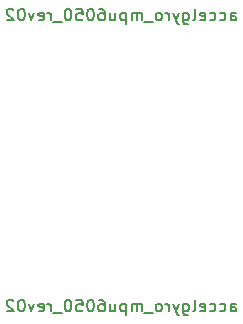
<source format=gbo>
G04 #@! TF.FileFunction,Legend,Bot*
%FSLAX46Y46*%
G04 Gerber Fmt 4.6, Leading zero omitted, Abs format (unit mm)*
G04 Created by KiCad (PCBNEW 4.0.7-e2-6376~58~ubuntu16.04.1) date Sat Dec  8 14:23:04 2018*
%MOMM*%
%LPD*%
G01*
G04 APERTURE LIST*
%ADD10C,0.150000*%
G04 APERTURE END LIST*
D10*
X160238096Y-126340381D02*
X160238096Y-125816571D01*
X160285715Y-125721333D01*
X160380953Y-125673714D01*
X160571430Y-125673714D01*
X160666668Y-125721333D01*
X160238096Y-126292762D02*
X160333334Y-126340381D01*
X160571430Y-126340381D01*
X160666668Y-126292762D01*
X160714287Y-126197524D01*
X160714287Y-126102286D01*
X160666668Y-126007048D01*
X160571430Y-125959429D01*
X160333334Y-125959429D01*
X160238096Y-125911810D01*
X159333334Y-126292762D02*
X159428572Y-126340381D01*
X159619049Y-126340381D01*
X159714287Y-126292762D01*
X159761906Y-126245143D01*
X159809525Y-126149905D01*
X159809525Y-125864190D01*
X159761906Y-125768952D01*
X159714287Y-125721333D01*
X159619049Y-125673714D01*
X159428572Y-125673714D01*
X159333334Y-125721333D01*
X158476191Y-126292762D02*
X158571429Y-126340381D01*
X158761906Y-126340381D01*
X158857144Y-126292762D01*
X158904763Y-126245143D01*
X158952382Y-126149905D01*
X158952382Y-125864190D01*
X158904763Y-125768952D01*
X158857144Y-125721333D01*
X158761906Y-125673714D01*
X158571429Y-125673714D01*
X158476191Y-125721333D01*
X157666667Y-126292762D02*
X157761905Y-126340381D01*
X157952382Y-126340381D01*
X158047620Y-126292762D01*
X158095239Y-126197524D01*
X158095239Y-125816571D01*
X158047620Y-125721333D01*
X157952382Y-125673714D01*
X157761905Y-125673714D01*
X157666667Y-125721333D01*
X157619048Y-125816571D01*
X157619048Y-125911810D01*
X158095239Y-126007048D01*
X157047620Y-126340381D02*
X157142858Y-126292762D01*
X157190477Y-126197524D01*
X157190477Y-125340381D01*
X156238095Y-125673714D02*
X156238095Y-126483238D01*
X156285714Y-126578476D01*
X156333333Y-126626095D01*
X156428572Y-126673714D01*
X156571429Y-126673714D01*
X156666667Y-126626095D01*
X156238095Y-126292762D02*
X156333333Y-126340381D01*
X156523810Y-126340381D01*
X156619048Y-126292762D01*
X156666667Y-126245143D01*
X156714286Y-126149905D01*
X156714286Y-125864190D01*
X156666667Y-125768952D01*
X156619048Y-125721333D01*
X156523810Y-125673714D01*
X156333333Y-125673714D01*
X156238095Y-125721333D01*
X155857143Y-125673714D02*
X155619048Y-126340381D01*
X155380952Y-125673714D02*
X155619048Y-126340381D01*
X155714286Y-126578476D01*
X155761905Y-126626095D01*
X155857143Y-126673714D01*
X155000000Y-126340381D02*
X155000000Y-125673714D01*
X155000000Y-125864190D02*
X154952381Y-125768952D01*
X154904762Y-125721333D01*
X154809524Y-125673714D01*
X154714285Y-125673714D01*
X154238095Y-126340381D02*
X154333333Y-126292762D01*
X154380952Y-126245143D01*
X154428571Y-126149905D01*
X154428571Y-125864190D01*
X154380952Y-125768952D01*
X154333333Y-125721333D01*
X154238095Y-125673714D01*
X154095237Y-125673714D01*
X153999999Y-125721333D01*
X153952380Y-125768952D01*
X153904761Y-125864190D01*
X153904761Y-126149905D01*
X153952380Y-126245143D01*
X153999999Y-126292762D01*
X154095237Y-126340381D01*
X154238095Y-126340381D01*
X153714285Y-126435619D02*
X152952380Y-126435619D01*
X152714285Y-126340381D02*
X152714285Y-125673714D01*
X152714285Y-125768952D02*
X152666666Y-125721333D01*
X152571428Y-125673714D01*
X152428570Y-125673714D01*
X152333332Y-125721333D01*
X152285713Y-125816571D01*
X152285713Y-126340381D01*
X152285713Y-125816571D02*
X152238094Y-125721333D01*
X152142856Y-125673714D01*
X151999999Y-125673714D01*
X151904761Y-125721333D01*
X151857142Y-125816571D01*
X151857142Y-126340381D01*
X151380952Y-125673714D02*
X151380952Y-126673714D01*
X151380952Y-125721333D02*
X151285714Y-125673714D01*
X151095237Y-125673714D01*
X150999999Y-125721333D01*
X150952380Y-125768952D01*
X150904761Y-125864190D01*
X150904761Y-126149905D01*
X150952380Y-126245143D01*
X150999999Y-126292762D01*
X151095237Y-126340381D01*
X151285714Y-126340381D01*
X151380952Y-126292762D01*
X150047618Y-125673714D02*
X150047618Y-126340381D01*
X150476190Y-125673714D02*
X150476190Y-126197524D01*
X150428571Y-126292762D01*
X150333333Y-126340381D01*
X150190475Y-126340381D01*
X150095237Y-126292762D01*
X150047618Y-126245143D01*
X149142856Y-125340381D02*
X149333333Y-125340381D01*
X149428571Y-125388000D01*
X149476190Y-125435619D01*
X149571428Y-125578476D01*
X149619047Y-125768952D01*
X149619047Y-126149905D01*
X149571428Y-126245143D01*
X149523809Y-126292762D01*
X149428571Y-126340381D01*
X149238094Y-126340381D01*
X149142856Y-126292762D01*
X149095237Y-126245143D01*
X149047618Y-126149905D01*
X149047618Y-125911810D01*
X149095237Y-125816571D01*
X149142856Y-125768952D01*
X149238094Y-125721333D01*
X149428571Y-125721333D01*
X149523809Y-125768952D01*
X149571428Y-125816571D01*
X149619047Y-125911810D01*
X148428571Y-125340381D02*
X148333332Y-125340381D01*
X148238094Y-125388000D01*
X148190475Y-125435619D01*
X148142856Y-125530857D01*
X148095237Y-125721333D01*
X148095237Y-125959429D01*
X148142856Y-126149905D01*
X148190475Y-126245143D01*
X148238094Y-126292762D01*
X148333332Y-126340381D01*
X148428571Y-126340381D01*
X148523809Y-126292762D01*
X148571428Y-126245143D01*
X148619047Y-126149905D01*
X148666666Y-125959429D01*
X148666666Y-125721333D01*
X148619047Y-125530857D01*
X148571428Y-125435619D01*
X148523809Y-125388000D01*
X148428571Y-125340381D01*
X147190475Y-125340381D02*
X147666666Y-125340381D01*
X147714285Y-125816571D01*
X147666666Y-125768952D01*
X147571428Y-125721333D01*
X147333332Y-125721333D01*
X147238094Y-125768952D01*
X147190475Y-125816571D01*
X147142856Y-125911810D01*
X147142856Y-126149905D01*
X147190475Y-126245143D01*
X147238094Y-126292762D01*
X147333332Y-126340381D01*
X147571428Y-126340381D01*
X147666666Y-126292762D01*
X147714285Y-126245143D01*
X146523809Y-125340381D02*
X146428570Y-125340381D01*
X146333332Y-125388000D01*
X146285713Y-125435619D01*
X146238094Y-125530857D01*
X146190475Y-125721333D01*
X146190475Y-125959429D01*
X146238094Y-126149905D01*
X146285713Y-126245143D01*
X146333332Y-126292762D01*
X146428570Y-126340381D01*
X146523809Y-126340381D01*
X146619047Y-126292762D01*
X146666666Y-126245143D01*
X146714285Y-126149905D01*
X146761904Y-125959429D01*
X146761904Y-125721333D01*
X146714285Y-125530857D01*
X146666666Y-125435619D01*
X146619047Y-125388000D01*
X146523809Y-125340381D01*
X145999999Y-126435619D02*
X145238094Y-126435619D01*
X144999999Y-126340381D02*
X144999999Y-125673714D01*
X144999999Y-125864190D02*
X144952380Y-125768952D01*
X144904761Y-125721333D01*
X144809523Y-125673714D01*
X144714284Y-125673714D01*
X143999998Y-126292762D02*
X144095236Y-126340381D01*
X144285713Y-126340381D01*
X144380951Y-126292762D01*
X144428570Y-126197524D01*
X144428570Y-125816571D01*
X144380951Y-125721333D01*
X144285713Y-125673714D01*
X144095236Y-125673714D01*
X143999998Y-125721333D01*
X143952379Y-125816571D01*
X143952379Y-125911810D01*
X144428570Y-126007048D01*
X143619046Y-125673714D02*
X143380951Y-126340381D01*
X143142855Y-125673714D01*
X142571427Y-125340381D02*
X142476188Y-125340381D01*
X142380950Y-125388000D01*
X142333331Y-125435619D01*
X142285712Y-125530857D01*
X142238093Y-125721333D01*
X142238093Y-125959429D01*
X142285712Y-126149905D01*
X142333331Y-126245143D01*
X142380950Y-126292762D01*
X142476188Y-126340381D01*
X142571427Y-126340381D01*
X142666665Y-126292762D01*
X142714284Y-126245143D01*
X142761903Y-126149905D01*
X142809522Y-125959429D01*
X142809522Y-125721333D01*
X142761903Y-125530857D01*
X142714284Y-125435619D01*
X142666665Y-125388000D01*
X142571427Y-125340381D01*
X141857141Y-125435619D02*
X141809522Y-125388000D01*
X141714284Y-125340381D01*
X141476188Y-125340381D01*
X141380950Y-125388000D01*
X141333331Y-125435619D01*
X141285712Y-125530857D01*
X141285712Y-125626095D01*
X141333331Y-125768952D01*
X141904760Y-126340381D01*
X141285712Y-126340381D01*
X160238096Y-101702381D02*
X160238096Y-101178571D01*
X160285715Y-101083333D01*
X160380953Y-101035714D01*
X160571430Y-101035714D01*
X160666668Y-101083333D01*
X160238096Y-101654762D02*
X160333334Y-101702381D01*
X160571430Y-101702381D01*
X160666668Y-101654762D01*
X160714287Y-101559524D01*
X160714287Y-101464286D01*
X160666668Y-101369048D01*
X160571430Y-101321429D01*
X160333334Y-101321429D01*
X160238096Y-101273810D01*
X159333334Y-101654762D02*
X159428572Y-101702381D01*
X159619049Y-101702381D01*
X159714287Y-101654762D01*
X159761906Y-101607143D01*
X159809525Y-101511905D01*
X159809525Y-101226190D01*
X159761906Y-101130952D01*
X159714287Y-101083333D01*
X159619049Y-101035714D01*
X159428572Y-101035714D01*
X159333334Y-101083333D01*
X158476191Y-101654762D02*
X158571429Y-101702381D01*
X158761906Y-101702381D01*
X158857144Y-101654762D01*
X158904763Y-101607143D01*
X158952382Y-101511905D01*
X158952382Y-101226190D01*
X158904763Y-101130952D01*
X158857144Y-101083333D01*
X158761906Y-101035714D01*
X158571429Y-101035714D01*
X158476191Y-101083333D01*
X157666667Y-101654762D02*
X157761905Y-101702381D01*
X157952382Y-101702381D01*
X158047620Y-101654762D01*
X158095239Y-101559524D01*
X158095239Y-101178571D01*
X158047620Y-101083333D01*
X157952382Y-101035714D01*
X157761905Y-101035714D01*
X157666667Y-101083333D01*
X157619048Y-101178571D01*
X157619048Y-101273810D01*
X158095239Y-101369048D01*
X157047620Y-101702381D02*
X157142858Y-101654762D01*
X157190477Y-101559524D01*
X157190477Y-100702381D01*
X156238095Y-101035714D02*
X156238095Y-101845238D01*
X156285714Y-101940476D01*
X156333333Y-101988095D01*
X156428572Y-102035714D01*
X156571429Y-102035714D01*
X156666667Y-101988095D01*
X156238095Y-101654762D02*
X156333333Y-101702381D01*
X156523810Y-101702381D01*
X156619048Y-101654762D01*
X156666667Y-101607143D01*
X156714286Y-101511905D01*
X156714286Y-101226190D01*
X156666667Y-101130952D01*
X156619048Y-101083333D01*
X156523810Y-101035714D01*
X156333333Y-101035714D01*
X156238095Y-101083333D01*
X155857143Y-101035714D02*
X155619048Y-101702381D01*
X155380952Y-101035714D02*
X155619048Y-101702381D01*
X155714286Y-101940476D01*
X155761905Y-101988095D01*
X155857143Y-102035714D01*
X155000000Y-101702381D02*
X155000000Y-101035714D01*
X155000000Y-101226190D02*
X154952381Y-101130952D01*
X154904762Y-101083333D01*
X154809524Y-101035714D01*
X154714285Y-101035714D01*
X154238095Y-101702381D02*
X154333333Y-101654762D01*
X154380952Y-101607143D01*
X154428571Y-101511905D01*
X154428571Y-101226190D01*
X154380952Y-101130952D01*
X154333333Y-101083333D01*
X154238095Y-101035714D01*
X154095237Y-101035714D01*
X153999999Y-101083333D01*
X153952380Y-101130952D01*
X153904761Y-101226190D01*
X153904761Y-101511905D01*
X153952380Y-101607143D01*
X153999999Y-101654762D01*
X154095237Y-101702381D01*
X154238095Y-101702381D01*
X153714285Y-101797619D02*
X152952380Y-101797619D01*
X152714285Y-101702381D02*
X152714285Y-101035714D01*
X152714285Y-101130952D02*
X152666666Y-101083333D01*
X152571428Y-101035714D01*
X152428570Y-101035714D01*
X152333332Y-101083333D01*
X152285713Y-101178571D01*
X152285713Y-101702381D01*
X152285713Y-101178571D02*
X152238094Y-101083333D01*
X152142856Y-101035714D01*
X151999999Y-101035714D01*
X151904761Y-101083333D01*
X151857142Y-101178571D01*
X151857142Y-101702381D01*
X151380952Y-101035714D02*
X151380952Y-102035714D01*
X151380952Y-101083333D02*
X151285714Y-101035714D01*
X151095237Y-101035714D01*
X150999999Y-101083333D01*
X150952380Y-101130952D01*
X150904761Y-101226190D01*
X150904761Y-101511905D01*
X150952380Y-101607143D01*
X150999999Y-101654762D01*
X151095237Y-101702381D01*
X151285714Y-101702381D01*
X151380952Y-101654762D01*
X150047618Y-101035714D02*
X150047618Y-101702381D01*
X150476190Y-101035714D02*
X150476190Y-101559524D01*
X150428571Y-101654762D01*
X150333333Y-101702381D01*
X150190475Y-101702381D01*
X150095237Y-101654762D01*
X150047618Y-101607143D01*
X149142856Y-100702381D02*
X149333333Y-100702381D01*
X149428571Y-100750000D01*
X149476190Y-100797619D01*
X149571428Y-100940476D01*
X149619047Y-101130952D01*
X149619047Y-101511905D01*
X149571428Y-101607143D01*
X149523809Y-101654762D01*
X149428571Y-101702381D01*
X149238094Y-101702381D01*
X149142856Y-101654762D01*
X149095237Y-101607143D01*
X149047618Y-101511905D01*
X149047618Y-101273810D01*
X149095237Y-101178571D01*
X149142856Y-101130952D01*
X149238094Y-101083333D01*
X149428571Y-101083333D01*
X149523809Y-101130952D01*
X149571428Y-101178571D01*
X149619047Y-101273810D01*
X148428571Y-100702381D02*
X148333332Y-100702381D01*
X148238094Y-100750000D01*
X148190475Y-100797619D01*
X148142856Y-100892857D01*
X148095237Y-101083333D01*
X148095237Y-101321429D01*
X148142856Y-101511905D01*
X148190475Y-101607143D01*
X148238094Y-101654762D01*
X148333332Y-101702381D01*
X148428571Y-101702381D01*
X148523809Y-101654762D01*
X148571428Y-101607143D01*
X148619047Y-101511905D01*
X148666666Y-101321429D01*
X148666666Y-101083333D01*
X148619047Y-100892857D01*
X148571428Y-100797619D01*
X148523809Y-100750000D01*
X148428571Y-100702381D01*
X147190475Y-100702381D02*
X147666666Y-100702381D01*
X147714285Y-101178571D01*
X147666666Y-101130952D01*
X147571428Y-101083333D01*
X147333332Y-101083333D01*
X147238094Y-101130952D01*
X147190475Y-101178571D01*
X147142856Y-101273810D01*
X147142856Y-101511905D01*
X147190475Y-101607143D01*
X147238094Y-101654762D01*
X147333332Y-101702381D01*
X147571428Y-101702381D01*
X147666666Y-101654762D01*
X147714285Y-101607143D01*
X146523809Y-100702381D02*
X146428570Y-100702381D01*
X146333332Y-100750000D01*
X146285713Y-100797619D01*
X146238094Y-100892857D01*
X146190475Y-101083333D01*
X146190475Y-101321429D01*
X146238094Y-101511905D01*
X146285713Y-101607143D01*
X146333332Y-101654762D01*
X146428570Y-101702381D01*
X146523809Y-101702381D01*
X146619047Y-101654762D01*
X146666666Y-101607143D01*
X146714285Y-101511905D01*
X146761904Y-101321429D01*
X146761904Y-101083333D01*
X146714285Y-100892857D01*
X146666666Y-100797619D01*
X146619047Y-100750000D01*
X146523809Y-100702381D01*
X145999999Y-101797619D02*
X145238094Y-101797619D01*
X144999999Y-101702381D02*
X144999999Y-101035714D01*
X144999999Y-101226190D02*
X144952380Y-101130952D01*
X144904761Y-101083333D01*
X144809523Y-101035714D01*
X144714284Y-101035714D01*
X143999998Y-101654762D02*
X144095236Y-101702381D01*
X144285713Y-101702381D01*
X144380951Y-101654762D01*
X144428570Y-101559524D01*
X144428570Y-101178571D01*
X144380951Y-101083333D01*
X144285713Y-101035714D01*
X144095236Y-101035714D01*
X143999998Y-101083333D01*
X143952379Y-101178571D01*
X143952379Y-101273810D01*
X144428570Y-101369048D01*
X143619046Y-101035714D02*
X143380951Y-101702381D01*
X143142855Y-101035714D01*
X142571427Y-100702381D02*
X142476188Y-100702381D01*
X142380950Y-100750000D01*
X142333331Y-100797619D01*
X142285712Y-100892857D01*
X142238093Y-101083333D01*
X142238093Y-101321429D01*
X142285712Y-101511905D01*
X142333331Y-101607143D01*
X142380950Y-101654762D01*
X142476188Y-101702381D01*
X142571427Y-101702381D01*
X142666665Y-101654762D01*
X142714284Y-101607143D01*
X142761903Y-101511905D01*
X142809522Y-101321429D01*
X142809522Y-101083333D01*
X142761903Y-100892857D01*
X142714284Y-100797619D01*
X142666665Y-100750000D01*
X142571427Y-100702381D01*
X141857141Y-100797619D02*
X141809522Y-100750000D01*
X141714284Y-100702381D01*
X141476188Y-100702381D01*
X141380950Y-100750000D01*
X141333331Y-100797619D01*
X141285712Y-100892857D01*
X141285712Y-100988095D01*
X141333331Y-101130952D01*
X141904760Y-101702381D01*
X141285712Y-101702381D01*
M02*

</source>
